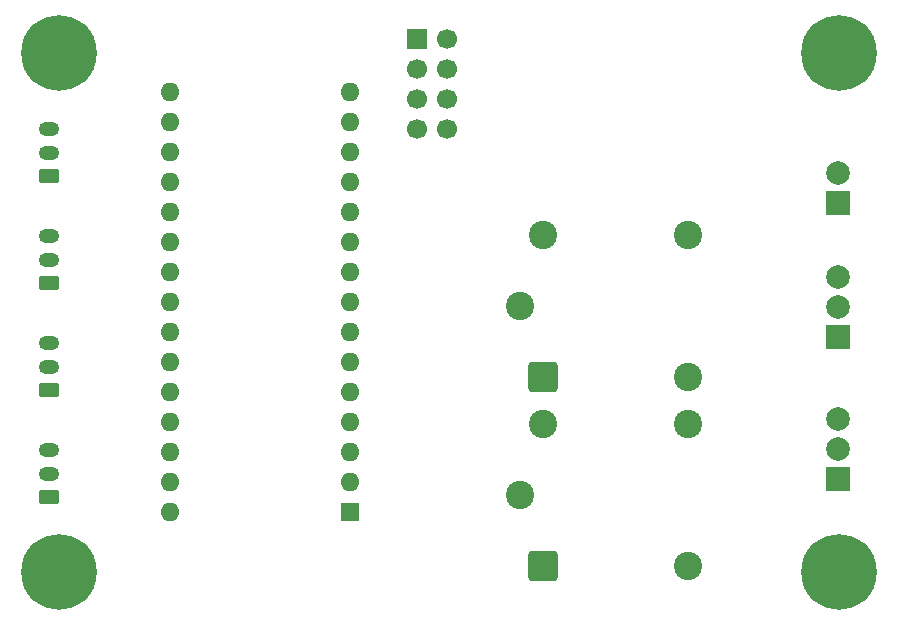
<source format=gbr>
%TF.GenerationSoftware,KiCad,Pcbnew,8.0.5*%
%TF.CreationDate,2025-02-12T03:45:18+07:00*%
%TF.ProjectId,SmartFarmMySensors_ArduinoNano,536d6172-7446-4617-926d-4d7953656e73,rev?*%
%TF.SameCoordinates,Original*%
%TF.FileFunction,Soldermask,Bot*%
%TF.FilePolarity,Negative*%
%FSLAX46Y46*%
G04 Gerber Fmt 4.6, Leading zero omitted, Abs format (unit mm)*
G04 Created by KiCad (PCBNEW 8.0.5) date 2025-02-12 03:45:18*
%MOMM*%
%LPD*%
G01*
G04 APERTURE LIST*
G04 Aperture macros list*
%AMRoundRect*
0 Rectangle with rounded corners*
0 $1 Rounding radius*
0 $2 $3 $4 $5 $6 $7 $8 $9 X,Y pos of 4 corners*
0 Add a 4 corners polygon primitive as box body*
4,1,4,$2,$3,$4,$5,$6,$7,$8,$9,$2,$3,0*
0 Add four circle primitives for the rounded corners*
1,1,$1+$1,$2,$3*
1,1,$1+$1,$4,$5*
1,1,$1+$1,$6,$7*
1,1,$1+$1,$8,$9*
0 Add four rect primitives between the rounded corners*
20,1,$1+$1,$2,$3,$4,$5,0*
20,1,$1+$1,$4,$5,$6,$7,0*
20,1,$1+$1,$6,$7,$8,$9,0*
20,1,$1+$1,$8,$9,$2,$3,0*%
G04 Aperture macros list end*
%ADD10R,1.700000X1.700000*%
%ADD11C,1.700000*%
%ADD12C,2.400000*%
%ADD13RoundRect,0.250000X1.000000X-1.000000X1.000000X1.000000X-1.000000X1.000000X-1.000000X-1.000000X0*%
%ADD14R,2.000000X2.000000*%
%ADD15C,2.000000*%
%ADD16RoundRect,0.250000X0.625000X-0.350000X0.625000X0.350000X-0.625000X0.350000X-0.625000X-0.350000X0*%
%ADD17O,1.750000X1.200000*%
%ADD18C,0.800000*%
%ADD19C,6.400000*%
%ADD20R,1.600000X1.600000*%
%ADD21O,1.600000X1.600000*%
G04 APERTURE END LIST*
D10*
%TO.C,U1*%
X143010500Y-50775000D03*
D11*
X145550500Y-50775000D03*
X143010500Y-53315000D03*
X145550500Y-53315000D03*
X143010500Y-55855000D03*
X145550500Y-55855000D03*
X143010500Y-58395000D03*
X145550500Y-58395000D03*
%TD*%
D12*
%TO.C,K2*%
X151700000Y-89350000D03*
X165900000Y-83350000D03*
X165900000Y-95350000D03*
D13*
X153700000Y-95350000D03*
D12*
X153700000Y-83350000D03*
%TD*%
%TO.C,K1*%
X151700000Y-73350000D03*
X165900000Y-67350000D03*
X165900000Y-79350000D03*
D13*
X153700000Y-79350000D03*
D12*
X153700000Y-67350000D03*
%TD*%
D14*
%TO.C,J7*%
X178600000Y-64625000D03*
D15*
X178600000Y-62085000D03*
%TD*%
D14*
%TO.C,J6*%
X178600000Y-87980000D03*
D15*
X178600000Y-85440000D03*
X178600000Y-82900000D03*
%TD*%
D14*
%TO.C,J5*%
X178600000Y-75990000D03*
D15*
X178600000Y-73450000D03*
X178600000Y-70910000D03*
%TD*%
D16*
%TO.C,J4*%
X111800000Y-89540588D03*
D17*
X111800000Y-87540588D03*
X111800000Y-85540588D03*
%TD*%
D16*
%TO.C,J3*%
X111800000Y-80481177D03*
D17*
X111800000Y-78481177D03*
X111800000Y-76481177D03*
%TD*%
D16*
%TO.C,J2*%
X111800000Y-71421766D03*
D17*
X111800000Y-69421766D03*
X111800000Y-67421766D03*
%TD*%
D16*
%TO.C,J1*%
X111800000Y-62362355D03*
D17*
X111800000Y-60362355D03*
X111800000Y-58362355D03*
%TD*%
D18*
%TO.C,H4*%
X176300000Y-51900000D03*
X177002944Y-50202944D03*
X177002944Y-53597056D03*
X178700000Y-49500000D03*
D19*
X178700000Y-51900000D03*
D18*
X178700000Y-54300000D03*
X180397056Y-50202944D03*
X180397056Y-53597056D03*
X181100000Y-51900000D03*
%TD*%
%TO.C,H3*%
X176300000Y-95900000D03*
X177002944Y-94202944D03*
X177002944Y-97597056D03*
X178700000Y-93500000D03*
D19*
X178700000Y-95900000D03*
D18*
X178700000Y-98300000D03*
X180397056Y-94202944D03*
X180397056Y-97597056D03*
X181100000Y-95900000D03*
%TD*%
%TO.C,H2*%
X110300000Y-95900000D03*
X111002944Y-94202944D03*
X111002944Y-97597056D03*
X112700000Y-93500000D03*
D19*
X112700000Y-95900000D03*
D18*
X112700000Y-98300000D03*
X114397056Y-94202944D03*
X114397056Y-97597056D03*
X115100000Y-95900000D03*
%TD*%
%TO.C,H1*%
X110300000Y-51900000D03*
X111002944Y-50202944D03*
X111002944Y-53597056D03*
X112700000Y-49500000D03*
D19*
X112700000Y-51900000D03*
D18*
X112700000Y-54300000D03*
X114397056Y-50202944D03*
X114397056Y-53597056D03*
X115100000Y-51900000D03*
%TD*%
D20*
%TO.C,A1*%
X137338500Y-90790000D03*
D21*
X137338500Y-88250000D03*
X137338500Y-85710000D03*
X137338500Y-83170000D03*
X137338500Y-80630000D03*
X137338500Y-78090000D03*
X137338500Y-75550000D03*
X137338500Y-73010000D03*
X137338500Y-70470000D03*
X137338500Y-67930000D03*
X137338500Y-65390000D03*
X137338500Y-62850000D03*
X137338500Y-60310000D03*
X137338500Y-57770000D03*
X137338500Y-55230000D03*
X122098500Y-55230000D03*
X122098500Y-57770000D03*
X122098500Y-60310000D03*
X122098500Y-62850000D03*
X122098500Y-65390000D03*
X122098500Y-67930000D03*
X122098500Y-70470000D03*
X122098500Y-73010000D03*
X122098500Y-75550000D03*
X122098500Y-78090000D03*
X122098500Y-80630000D03*
X122098500Y-83170000D03*
X122098500Y-85710000D03*
X122098500Y-88250000D03*
X122098500Y-90790000D03*
%TD*%
M02*

</source>
